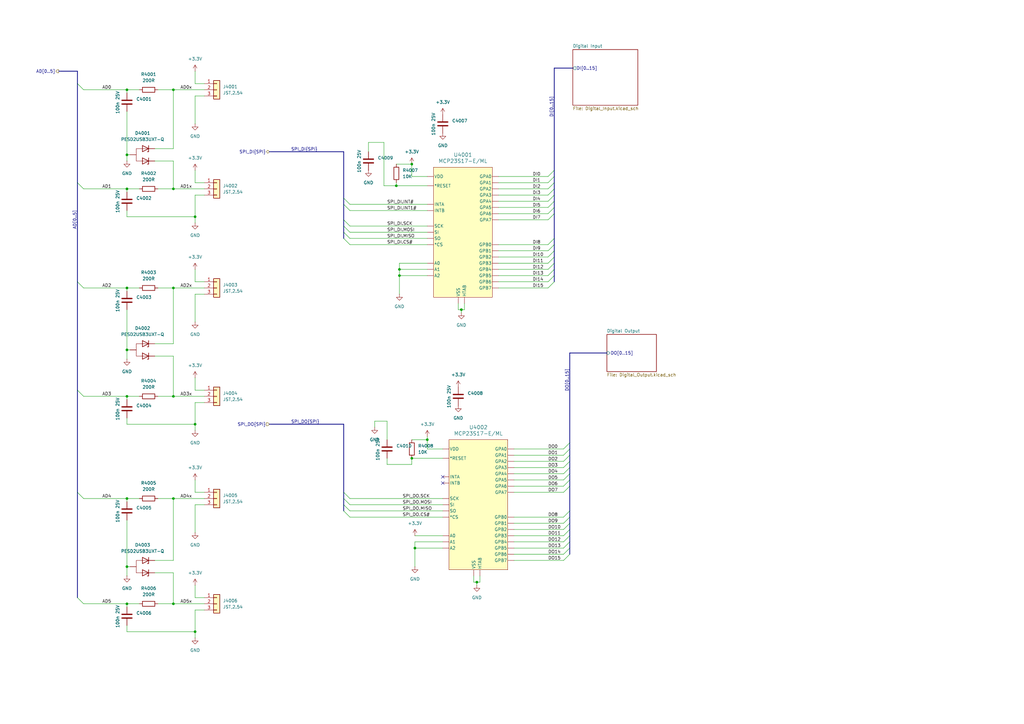
<source format=kicad_sch>
(kicad_sch (version 20250114) (generator "eeschema") (generator_version "9.0")
  (paper "A3")
  (title_block (title "BT_AD/DX") (rev "Rev:P1") (comment 1 "BT_0001-1"))
  (lib_symbols
    (symbol "bt_ESD_protection:PESD2USB3UXT-Q" (pin_numbers (hide yes)) (pin_names (hide yes))
      (property "Reference" "D" (at 0.254 6.858 0))
      (property "Value" "PESD2USB3UXT-Q" (at 0.762 -5.588 0))
      (symbol "PESD2USB3UXT-Q_0_1"
        (polyline (pts (xy -1.27 1.27) (xy -1.27 3.81) (xy -0.762 3.81)) (stroke (width 0.254)))
        (polyline (pts (xy -1.27 -3.81) (xy -1.27 -1.27) (xy -0.762 -1.27)) (stroke (width 0.254)))
        (polyline (pts (xy 1.27 2.54) (xy -1.27 2.54)))
        (polyline (pts (xy 1.27 2.54) (xy 3.81 2.54) (xy 3.81 0) (xy 3.81 -2.54) (xy 1.27 -2.54)))
        (polyline (pts (xy 1.27 1.27) (xy 1.27 3.81) (xy -1.27 2.54) (xy 1.27 1.27)) (stroke (width 0.254)))
        (polyline (pts (xy 1.27 -2.54) (xy -1.27 -2.54)))
        (polyline (pts (xy 1.27 -3.81) (xy 1.27 -1.27) (xy -1.27 -2.54) (xy 1.27 -3.81)) (stroke (width 0.254)))
      )
      (symbol "PESD2USB3UXT-Q_1_1"
        (pin passive line (at -3.81 2.54 0) (length 2.54) (name "K1") (number "1"))
        (pin passive line (at -3.81 -2.54 0) (length 2.54) (name "K2") (number "2"))
        (pin passive line (at 6.35 0 180) (length 2.54) (name "CA") (number "3"))
      )
    )
    (symbol "bt_capacitor:C;M;100n;10p;25V;S;0603" (pin_numbers (hide yes)) (pin_names (offset 0.254))
      (property "Reference" "C" (at 0.635 2.54 0))
      (property "Value" "100n 25V" (at 4.635 -2.54 0))
      (symbol "C;M;100n;10p;25V;S;0603_0_1"
        (polyline (pts (xy -2.032 0.762) (xy 2.032 0.762)) (stroke (width 0.508)))
        (polyline (pts (xy -2.032 -0.762) (xy 2.032 -0.762)) (stroke (width 0.508)))
      )
      (symbol "C;M;100n;10p;25V;S;0603_1_1"
        (pin passive line (at 0 3.81 270) (length 2.794) (name "~") (number "1"))
        (pin passive line (at 0 -3.81 90) (length 2.794) (name "~") (number "2"))
      )
    )
    (symbol "bt_connector:M;JST;01x03;2.54" (pin_names (offset 1.016) (hide yes))
      (property "Reference" "J" (at 0 5.08 0))
      (property "Value" "JST,2.54" (at 0 -5.08 0))
      (symbol "M;JST;01x03;2.54_1_1"
        (rectangle (start -1.27 3.81) (end 1.27 -3.81) (stroke (width 0.254)) (fill (type background)))
        (rectangle (start -1.27 2.667) (end 0 2.413) (stroke (width 0.1524)))
        (rectangle (start -1.27 0.127) (end 0 -0.127) (stroke (width 0.1524)))
        (rectangle (start -1.27 -2.413) (end 0 -2.667) (stroke (width 0.1524)))
        (pin passive line (at -5.08 2.54 0) (length 3.81) (name "Pin_1") (number "1"))
        (pin passive line (at -5.08 0 0) (length 3.81) (name "Pin_2") (number "2"))
        (pin passive line (at -5.08 -2.54 0) (length 3.81) (name "Pin_3") (number "3"))
      )
    )
    (symbol "bt_interface:MCP23S17-E_ML" (pin_numbers (hide yes)) (pin_names (offset 0.254))
      (property "Reference" "U" (at 15.24 5.08 0))
      (property "Value" "MCP23S17-E/ML" (at 15.24 2.54 0))
      (symbol "MCP23S17-E_ML_0_1"
        (rectangle (start 0 0) (end 24.13 -53.34) (fill (type background)))
      )
      (symbol "MCP23S17-E_ML_1_1"
        (pin power_in line (at -2.54 -3.81 0) (length 2.54) (name "VDD") (number "5"))
        (pin input line (at -2.54 -7.62 0) (length 2.54) (name "*RESET") (number "14"))
        (pin open_collector line (at -2.54 -15.24 0) (length 2.54) (name "INTA") (number "16"))
        (pin open_collector line (at -2.54 -17.78 0) (length 2.54) (name "INTB") (number "15"))
        (pin input line (at -2.54 -24.13 0) (length 2.54) (name "SCK") (number "8"))
        (pin input line (at -2.54 -26.67 0) (length 2.54) (name "SI") (number "9"))
        (pin output line (at -2.54 -29.21 0) (length 2.54) (name "SO") (number "10"))
        (pin input line (at -2.54 -31.75 0) (length 2.54) (name "*CS") (number "7"))
        (pin input line (at -2.54 -39.37 0) (length 2.54) (name "A0") (number "11"))
        (pin input line (at -2.54 -41.91 0) (length 2.54) (name "A1") (number "12"))
        (pin input line (at -2.54 -44.45 0) (length 2.54) (name "A2") (number "13"))
        (pin power_in line (at 10.16 -55.88 90) (length 2.54) (name "VSS") (number "6"))
        (pin passive line (at 12.7 -55.88 90) (length 2.54) (name "HTAB") (number "29"))
        (pin bidirectional line (at 26.67 -3.81 180) (length 2.54) (name "GPA0") (number "17"))
        (pin bidirectional line (at 26.67 -6.35 180) (length 2.54) (name "GPA1") (number "18"))
        (pin bidirectional line (at 26.67 -8.89 180) (length 2.54) (name "GPA2") (number "19"))
        (pin bidirectional line (at 26.67 -11.43 180) (length 2.54) (name "GPA3") (number "20"))
        (pin bidirectional line (at 26.67 -13.97 180) (length 2.54) (name "GPA4") (number "21"))
        (pin bidirectional line (at 26.67 -16.51 180) (length 2.54) (name "GPA5") (number "22"))
        (pin bidirectional line (at 26.67 -19.05 180) (length 2.54) (name "GPA6") (number "23"))
        (pin bidirectional line (at 26.67 -21.59 180) (length 2.54) (name "GPA7") (number "24"))
        (pin bidirectional line (at 26.67 -31.75 180) (length 2.54) (name "GPB0") (number "25"))
        (pin bidirectional line (at 26.67 -34.29 180) (length 2.54) (name "GPB1") (number "26"))
        (pin bidirectional line (at 26.67 -36.83 180) (length 2.54) (name "GPB2") (number "27"))
        (pin bidirectional line (at 26.67 -39.37 180) (length 2.54) (name "GPB3") (number "28"))
        (pin bidirectional line (at 26.67 -41.91 180) (length 2.54) (name "GPB4") (number "1"))
        (pin bidirectional line (at 26.67 -44.45 180) (length 2.54) (name "GPB5") (number "2"))
        (pin bidirectional line (at 26.67 -46.99 180) (length 2.54) (name "GPB6") (number "3"))
        (pin bidirectional line (at 26.67 -49.53 180) (length 2.54) (name "GPB7") (number "4"))
      )
    )
    (symbol "bt_resistors:R;G;10K;10P0;S;0603" (pin_numbers (hide yes)) (pin_names (offset 0))
      (property "Reference" "R" (at 2.032 0 90))
      (property "Value" "10K" (at 0 0 90))
      (symbol "R;G;10K;10P0;S;0603_0_1"
        (rectangle (start -1.016 -2.54) (end 1.016 2.54) (stroke (width 0.254)))
      )
      (symbol "R;G;10K;10P0;S;0603_1_1"
        (pin passive line (at 0 3.81 270) (length 1.27) (name "~") (number "1"))
        (pin passive line (at 0 -3.81 90) (length 1.27) (name "~") (number "2"))
      )
    )
    (symbol "bt_resistors:R;G;200R;10P0;S;0603" (pin_numbers (hide yes)) (pin_names (offset 0))
      (property "Reference" "R" (at 2.032 0 90))
      (property "Value" "200R" (at 0 0 90))
      (symbol "R;G;200R;10P0;S;0603_0_1"
        (rectangle (start -1.016 -2.54) (end 1.016 2.54) (stroke (width 0.254)))
      )
      (symbol "R;G;200R;10P0;S;0603_1_1"
        (pin passive line (at 0 3.81 270) (length 1.27) (name "~") (number "1"))
        (pin passive line (at 0 -3.81 90) (length 1.27) (name "~") (number "2"))
      )
    )
    (symbol "power:+3.3V" (power) (pin_numbers (hide yes)) (pin_names (offset 0) (hide yes))
      (property "Value" "+3.3V" (at 0 3.556 0))
      (symbol "+3.3V_0_1"
        (polyline (pts (xy -0.762 1.27) (xy 0 2.54)))
        (polyline (pts (xy 0 2.54) (xy 0.762 1.27)))
        (polyline (pts (xy 0 0) (xy 0 2.54)))
      )
      (symbol "+3.3V_1_1"
        (pin power_in line (at 0 0 90) (length 0) (name "~") (number "1"))
      )
    )
    (symbol "power:GND" (power) (pin_numbers (hide yes)) (pin_names (offset 0) (hide yes))
      (property "Value" "GND" (at 0 -3.81 0))
      (symbol "GND_0_1"
        (polyline (pts (xy 0 0) (xy 0 -1.27) (xy 1.27 -1.27) (xy 0 -2.54) (xy -1.27 -1.27) (xy 0 -1.27)))
      )
      (symbol "GND_1_1"
        (pin power_in line (at 0 0 270) (length 0) (name "~") (number "1"))
      )
    )
  )
  (junction (at 162.56 76.2))
  (junction (at 52.07 63.5))
  (junction (at 71.12 36.83))
  (junction (at 71.12 247.65))
  (junction (at 168.91 67.31))
  (junction (at 71.12 204.47))
  (junction (at 80.01 259.08))
  (junction (at 175.26 180.34))
  (junction (at 71.12 118.11))
  (junction (at 189.23 127))
  (junction (at 195.58 238.76))
  (junction (at 52.07 36.83))
  (junction (at 52.07 162.56))
  (junction (at 168.91 187.96))
  (junction (at 170.18 224.79))
  (junction (at 71.12 162.56))
  (junction (at 163.83 113.03))
  (junction (at 163.83 110.49))
  (junction (at 52.07 143.51))
  (junction (at 71.12 77.47))
  (junction (at 52.07 77.47))
  (junction (at 80.01 88.9))
  (junction (at 52.07 204.47))
  (junction (at 52.07 118.11))
  (junction (at 52.07 247.65))
  (junction (at 80.01 173.99))
  (junction (at 52.07 232.41))
  (no_connect (at 181.61 195.58))
  (no_connect (at 181.61 198.12))
  (bus_entry (at 231.14 219.71) (size 2.54 -2.54))
  (bus_entry (at 224.79 90.17) (size 2.54 -2.54))
  (bus_entry (at 224.79 113.03) (size 2.54 -2.54))
  (bus_entry (at 231.14 196.85) (size 2.54 -2.54))
  (bus_entry (at 140.97 207.01) (size 2.54 2.54))
  (bus_entry (at 140.97 204.47) (size 2.54 2.54))
  (bus_entry (at 231.14 201.93) (size 2.54 -2.54))
  (bus_entry (at 227.33 74.93) (size -2.54 2.54))
  (bus_entry (at 224.79 110.49) (size 2.54 -2.54))
  (bus_entry (at 31.75 201.93) (size 2.54 2.54))
  (bus_entry (at 233.68 186.69) (size -2.54 2.54))
  (bus_entry (at 233.68 184.15) (size -2.54 2.54))
  (bus_entry (at 224.79 105.41) (size 2.54 -2.54))
  (bus_entry (at 31.75 115.57) (size 2.54 2.54))
  (bus_entry (at 224.79 82.55) (size 2.54 -2.54))
  (bus_entry (at 224.79 85.09) (size 2.54 -2.54))
  (bus_entry (at 140.97 97.79) (size 2.54 2.54))
  (bus_entry (at 224.79 102.87) (size 2.54 -2.54))
  (bus_entry (at 231.14 229.87) (size 2.54 -2.54))
  (bus_entry (at 31.75 34.29) (size 2.54 2.54))
  (bus_entry (at 31.75 245.11) (size 2.54 2.54))
  (bus_entry (at 140.97 90.17) (size 2.54 2.54))
  (bus_entry (at 231.14 217.17) (size 2.54 -2.54))
  (bus_entry (at 224.79 100.33) (size 2.54 -2.54))
  (bus_entry (at 231.14 214.63) (size 2.54 -2.54))
  (bus_entry (at 233.68 189.23) (size -2.54 2.54))
  (bus_entry (at 231.14 222.25) (size 2.54 -2.54))
  (bus_entry (at 140.97 81.28) (size 2.54 2.54))
  (bus_entry (at 227.33 77.47) (size -2.54 2.54))
  (bus_entry (at 231.14 194.31) (size 2.54 -2.54))
  (bus_entry (at 227.33 72.39) (size -2.54 2.54))
  (bus_entry (at 231.14 199.39) (size 2.54 -2.54))
  (bus_entry (at 224.79 107.95) (size 2.54 -2.54))
  (bus_entry (at 31.75 160.02) (size 2.54 2.54))
  (bus_entry (at 231.14 227.33) (size 2.54 -2.54))
  (bus_entry (at 140.97 92.71) (size 2.54 2.54))
  (bus_entry (at 140.97 83.82) (size 2.54 2.54))
  (bus_entry (at 224.79 115.57) (size 2.54 -2.54))
  (bus_entry (at 140.97 95.25) (size 2.54 2.54))
  (bus_entry (at 140.97 209.55) (size 2.54 2.54))
  (bus_entry (at 224.79 118.11) (size 2.54 -2.54))
  (bus_entry (at 231.14 224.79) (size 2.54 -2.54))
  (bus_entry (at 227.33 69.85) (size -2.54 2.54))
  (bus_entry (at 224.79 87.63) (size 2.54 -2.54))
  (bus_entry (at 231.14 212.09) (size 2.54 -2.54))
  (bus_entry (at 140.97 201.93) (size 2.54 2.54))
  (bus_entry (at 233.68 181.61) (size -2.54 2.54))
  (bus_entry (at 31.75 74.93) (size 2.54 2.54))
  (wire (pts (xy 52.07 162.56) (xy 57.15 162.56)))
  (wire (pts (xy 83.82 245.11) (xy 80.01 245.11)))
  (wire (pts (xy 194.31 236.22) (xy 194.31 238.76)))
  (bus (pts (xy 140.97 92.71) (xy 140.97 90.17)))
  (wire (pts (xy 190.5 124.46) (xy 190.5 127)))
  (wire (pts (xy 170.18 224.79) (xy 181.61 224.79)))
  (bus (pts (xy 227.33 102.87) (xy 227.33 105.41)))
  (wire (pts (xy 80.01 245.11) (xy 80.01 240.03)))
  (wire (pts (xy 64.77 247.65) (xy 71.12 247.65)))
  (wire (pts (xy 52.07 247.65) (xy 57.15 247.65)))
  (wire (pts (xy 83.82 120.65) (xy 80.01 120.65)))
  (wire (pts (xy 204.47 90.17) (xy 224.79 90.17)))
  (wire (pts (xy 162.56 76.2) (xy 162.56 74.93)))
  (wire (pts (xy 175.26 107.95) (xy 163.83 107.95)))
  (wire (pts (xy 52.07 213.36) (xy 52.07 232.41)))
  (bus (pts (xy 140.97 97.79) (xy 140.97 95.25)))
  (wire (pts (xy 162.56 67.31) (xy 168.91 67.31)))
  (wire (pts (xy 80.01 120.65) (xy 80.01 132.08)))
  (wire (pts (xy 157.48 58.42) (xy 151.13 58.42)))
  (wire (pts (xy 168.91 187.96) (xy 168.91 190.5)))
  (bus (pts (xy 140.97 90.17) (xy 140.97 83.82)))
  (bus (pts (xy 233.68 209.55) (xy 233.68 212.09)))
  (bus (pts (xy 31.75 74.93) (xy 31.75 34.29)))
  (bus (pts (xy 233.68 191.77) (xy 233.68 194.31)))
  (bus (pts (xy 233.68 189.23) (xy 233.68 191.77)))
  (wire (pts (xy 204.47 74.93) (xy 224.79 74.93)))
  (bus (pts (xy 110.49 173.99) (xy 140.97 173.99)))
  (bus (pts (xy 140.97 95.25) (xy 140.97 92.71)))
  (wire (pts (xy 34.29 162.56) (xy 52.07 162.56)))
  (wire (pts (xy 204.47 118.11) (xy 224.79 118.11)))
  (wire (pts (xy 204.47 107.95) (xy 224.79 107.95)))
  (wire (pts (xy 63.5 234.95) (xy 71.12 234.95)))
  (wire (pts (xy 52.07 77.47) (xy 57.15 77.47)))
  (wire (pts (xy 80.01 39.37) (xy 80.01 50.8)))
  (wire (pts (xy 204.47 77.47) (xy 224.79 77.47)))
  (bus (pts (xy 227.33 107.95) (xy 227.33 110.49)))
  (wire (pts (xy 80.01 88.9) (xy 80.01 91.44)))
  (wire (pts (xy 204.47 105.41) (xy 224.79 105.41)))
  (wire (pts (xy 158.75 180.34) (xy 158.75 172.72)))
  (wire (pts (xy 52.07 63.5) (xy 52.07 66.04)))
  (wire (pts (xy 63.5 60.96) (xy 71.12 60.96)))
  (bus (pts (xy 227.33 72.39) (xy 227.33 74.93)))
  (wire (pts (xy 63.5 140.97) (xy 71.12 140.97)))
  (wire (pts (xy 204.47 113.03) (xy 224.79 113.03)))
  (bus (pts (xy 31.75 34.29) (xy 31.75 29.21)))
  (bus (pts (xy 227.33 113.03) (xy 227.33 115.57)))
  (bus (pts (xy 233.68 144.78) (xy 248.92 144.78)))
  (bus (pts (xy 31.75 115.57) (xy 31.75 74.93)))
  (bus (pts (xy 140.97 209.55) (xy 140.97 207.01)))
  (wire (pts (xy 210.82 199.39) (xy 231.14 199.39)))
  (wire (pts (xy 175.26 184.15) (xy 175.26 180.34)))
  (wire (pts (xy 157.48 76.2) (xy 157.48 58.42)))
  (wire (pts (xy 210.82 196.85) (xy 231.14 196.85)))
  (bus (pts (xy 140.97 207.01) (xy 140.97 204.47)))
  (wire (pts (xy 143.51 204.47) (xy 181.61 204.47)))
  (wire (pts (xy 187.96 124.46) (xy 187.96 127)))
  (wire (pts (xy 210.82 222.25) (xy 231.14 222.25)))
  (wire (pts (xy 52.07 171.45) (xy 52.07 173.99)))
  (wire (pts (xy 83.82 80.01) (xy 80.01 80.01)))
  (wire (pts (xy 143.51 83.82) (xy 175.26 83.82)))
  (wire (pts (xy 195.58 238.76) (xy 195.58 240.03)))
  (wire (pts (xy 83.82 115.57) (xy 80.01 115.57)))
  (wire (pts (xy 71.12 204.47) (xy 83.82 204.47)))
  (bus (pts (xy 227.33 69.85) (xy 227.33 72.39)))
  (bus (pts (xy 140.97 81.28) (xy 140.97 62.23)))
  (wire (pts (xy 204.47 85.09) (xy 224.79 85.09)))
  (wire (pts (xy 64.77 204.47) (xy 71.12 204.47)))
  (wire (pts (xy 64.77 36.83) (xy 71.12 36.83)))
  (bus (pts (xy 233.68 184.15) (xy 233.68 186.69)))
  (wire (pts (xy 204.47 100.33) (xy 224.79 100.33)))
  (wire (pts (xy 181.61 184.15) (xy 175.26 184.15)))
  (wire (pts (xy 64.77 162.56) (xy 71.12 162.56)))
  (wire (pts (xy 163.83 107.95) (xy 163.83 110.49)))
  (wire (pts (xy 83.82 39.37) (xy 80.01 39.37)))
  (wire (pts (xy 204.47 110.49) (xy 224.79 110.49)))
  (bus (pts (xy 31.75 160.02) (xy 31.75 115.57)))
  (wire (pts (xy 34.29 36.83) (xy 52.07 36.83)))
  (wire (pts (xy 52.07 204.47) (xy 52.07 205.74)))
  (wire (pts (xy 158.75 172.72) (xy 153.67 172.72)))
  (wire (pts (xy 80.01 34.29) (xy 80.01 29.21)))
  (wire (pts (xy 52.07 118.11) (xy 57.15 118.11)))
  (wire (pts (xy 170.18 222.25) (xy 170.18 224.79)))
  (wire (pts (xy 170.18 224.79) (xy 170.18 232.41)))
  (wire (pts (xy 52.07 143.51) (xy 52.07 147.32)))
  (bus (pts (xy 227.33 87.63) (xy 227.33 97.79)))
  (wire (pts (xy 196.85 236.22) (xy 196.85 238.76)))
  (bus (pts (xy 227.33 110.49) (xy 227.33 113.03)))
  (wire (pts (xy 71.12 36.83) (xy 83.82 36.83)))
  (wire (pts (xy 52.07 232.41) (xy 52.07 236.22)))
  (wire (pts (xy 196.85 238.76) (xy 195.58 238.76)))
  (wire (pts (xy 210.82 212.09) (xy 231.14 212.09)))
  (wire (pts (xy 151.13 58.42) (xy 151.13 62.23)))
  (wire (pts (xy 143.51 86.36) (xy 175.26 86.36)))
  (bus (pts (xy 233.68 181.61) (xy 233.68 184.15)))
  (wire (pts (xy 52.07 232.41) (xy 53.34 232.41)))
  (bus (pts (xy 227.33 82.55) (xy 227.33 85.09)))
  (bus (pts (xy 233.68 196.85) (xy 233.68 199.39)))
  (wire (pts (xy 143.51 209.55) (xy 181.61 209.55)))
  (bus (pts (xy 31.75 245.11) (xy 31.75 201.93)))
  (wire (pts (xy 83.82 160.02) (xy 80.01 160.02)))
  (wire (pts (xy 210.82 227.33) (xy 231.14 227.33)))
  (wire (pts (xy 63.5 66.04) (xy 71.12 66.04)))
  (wire (pts (xy 83.82 165.1) (xy 80.01 165.1)))
  (wire (pts (xy 80.01 173.99) (xy 80.01 176.53)))
  (wire (pts (xy 71.12 162.56) (xy 83.82 162.56)))
  (bus (pts (xy 233.68 224.79) (xy 233.68 227.33)))
  (wire (pts (xy 210.82 214.63) (xy 231.14 214.63)))
  (wire (pts (xy 80.01 259.08) (xy 80.01 261.62)))
  (wire (pts (xy 52.07 118.11) (xy 52.07 119.38)))
  (bus (pts (xy 227.33 97.79) (xy 227.33 100.33)))
  (wire (pts (xy 71.12 77.47) (xy 83.82 77.47)))
  (wire (pts (xy 52.07 77.47) (xy 52.07 78.74)))
  (bus (pts (xy 233.68 219.71) (xy 233.68 222.25)))
  (wire (pts (xy 80.01 207.01) (xy 80.01 218.44)))
  (wire (pts (xy 143.51 100.33) (xy 175.26 100.33)))
  (wire (pts (xy 168.91 187.96) (xy 181.61 187.96)))
  (wire (pts (xy 52.07 247.65) (xy 52.07 248.92)))
  (wire (pts (xy 210.82 217.17) (xy 231.14 217.17)))
  (bus (pts (xy 227.33 74.93) (xy 227.33 77.47)))
  (wire (pts (xy 71.12 146.05) (xy 71.12 162.56)))
  (wire (pts (xy 163.83 113.03) (xy 163.83 120.65)))
  (bus (pts (xy 227.33 27.94) (xy 227.33 69.85)))
  (wire (pts (xy 80.01 160.02) (xy 80.01 154.94)))
  (wire (pts (xy 71.12 229.87) (xy 71.12 204.47)))
  (bus (pts (xy 233.68 217.17) (xy 233.68 219.71)))
  (bus (pts (xy 31.75 201.93) (xy 31.75 160.02)))
  (wire (pts (xy 175.26 180.34) (xy 175.26 179.07)))
  (wire (pts (xy 163.83 113.03) (xy 175.26 113.03)))
  (wire (pts (xy 34.29 77.47) (xy 52.07 77.47)))
  (wire (pts (xy 52.07 63.5) (xy 53.34 63.5)))
  (wire (pts (xy 163.83 110.49) (xy 163.83 113.03)))
  (wire (pts (xy 71.12 140.97) (xy 71.12 118.11)))
  (wire (pts (xy 63.5 229.87) (xy 71.12 229.87)))
  (bus (pts (xy 140.97 204.47) (xy 140.97 201.93)))
  (wire (pts (xy 204.47 82.55) (xy 224.79 82.55)))
  (wire (pts (xy 210.82 201.93) (xy 231.14 201.93)))
  (wire (pts (xy 204.47 80.01) (xy 224.79 80.01)))
  (wire (pts (xy 52.07 259.08) (xy 80.01 259.08)))
  (wire (pts (xy 34.29 204.47) (xy 52.07 204.47)))
  (wire (pts (xy 71.12 66.04) (xy 71.12 77.47)))
  (wire (pts (xy 163.83 110.49) (xy 175.26 110.49)))
  (bus (pts (xy 233.68 199.39) (xy 233.68 209.55)))
  (wire (pts (xy 210.82 194.31) (xy 231.14 194.31)))
  (wire (pts (xy 162.56 76.2) (xy 157.48 76.2)))
  (bus (pts (xy 227.33 100.33) (xy 227.33 102.87)))
  (wire (pts (xy 187.96 127) (xy 189.23 127)))
  (wire (pts (xy 71.12 234.95) (xy 71.12 247.65)))
  (wire (pts (xy 210.82 229.87) (xy 231.14 229.87)))
  (wire (pts (xy 34.29 118.11) (xy 52.07 118.11)))
  (bus (pts (xy 110.49 62.23) (xy 140.97 62.23)))
  (wire (pts (xy 204.47 115.57) (xy 224.79 115.57)))
  (bus (pts (xy 227.33 105.41) (xy 227.33 107.95)))
  (bus (pts (xy 233.68 194.31) (xy 233.68 196.85)))
  (wire (pts (xy 64.77 118.11) (xy 71.12 118.11)))
  (wire (pts (xy 71.12 118.11) (xy 83.82 118.11)))
  (bus (pts (xy 24.13 29.21) (xy 31.75 29.21)))
  (wire (pts (xy 52.07 45.72) (xy 52.07 63.5)))
  (wire (pts (xy 80.01 80.01) (xy 80.01 88.9)))
  (wire (pts (xy 52.07 86.36) (xy 52.07 88.9)))
  (wire (pts (xy 63.5 146.05) (xy 71.12 146.05)))
  (bus (pts (xy 140.97 173.99) (xy 140.97 201.93)))
  (wire (pts (xy 210.82 191.77) (xy 231.14 191.77)))
  (bus (pts (xy 233.68 222.25) (xy 233.68 224.79)))
  (wire (pts (xy 143.51 97.79) (xy 175.26 97.79)))
  (wire (pts (xy 52.07 36.83) (xy 52.07 38.1)))
  (wire (pts (xy 52.07 162.56) (xy 52.07 163.83)))
  (wire (pts (xy 83.82 250.19) (xy 80.01 250.19)))
  (wire (pts (xy 52.07 88.9) (xy 80.01 88.9)))
  (wire (pts (xy 210.82 224.79) (xy 231.14 224.79)))
  (wire (pts (xy 80.01 115.57) (xy 80.01 110.49)))
  (wire (pts (xy 153.67 172.72) (xy 153.67 175.26)))
  (wire (pts (xy 52.07 36.83) (xy 57.15 36.83)))
  (wire (pts (xy 52.07 143.51) (xy 53.34 143.51)))
  (wire (pts (xy 71.12 247.65) (xy 83.82 247.65)))
  (wire (pts (xy 194.31 238.76) (xy 195.58 238.76)))
  (wire (pts (xy 204.47 72.39) (xy 224.79 72.39)))
  (wire (pts (xy 168.91 190.5) (xy 158.75 190.5)))
  (bus (pts (xy 140.97 83.82) (xy 140.97 81.28)))
  (wire (pts (xy 170.18 222.25) (xy 181.61 222.25)))
  (wire (pts (xy 175.26 76.2) (xy 162.56 76.2)))
  (wire (pts (xy 158.75 190.5) (xy 158.75 187.96)))
  (bus (pts (xy 227.33 80.01) (xy 227.33 82.55)))
  (wire (pts (xy 83.82 207.01) (xy 80.01 207.01)))
  (wire (pts (xy 83.82 34.29) (xy 80.01 34.29)))
  (wire (pts (xy 204.47 102.87) (xy 224.79 102.87)))
  (wire (pts (xy 168.91 72.39) (xy 168.91 67.31)))
  (wire (pts (xy 52.07 256.54) (xy 52.07 259.08)))
  (wire (pts (xy 190.5 127) (xy 189.23 127)))
  (wire (pts (xy 71.12 60.96) (xy 71.12 36.83)))
  (wire (pts (xy 143.51 212.09) (xy 181.61 212.09)))
  (wire (pts (xy 143.51 92.71) (xy 175.26 92.71)))
  (bus (pts (xy 233.68 212.09) (xy 233.68 214.63)))
  (wire (pts (xy 210.82 184.15) (xy 231.14 184.15)))
  (wire (pts (xy 34.29 247.65) (xy 52.07 247.65)))
  (wire (pts (xy 52.07 204.47) (xy 57.15 204.47)))
  (wire (pts (xy 80.01 165.1) (xy 80.01 173.99)))
  (bus (pts (xy 233.68 181.61) (xy 233.68 144.78)))
  (wire (pts (xy 143.51 95.25) (xy 175.26 95.25)))
  (wire (pts (xy 64.77 77.47) (xy 71.12 77.47)))
  (bus (pts (xy 227.33 27.94) (xy 234.95 27.94)))
  (wire (pts (xy 52.07 173.99) (xy 80.01 173.99)))
  (wire (pts (xy 168.91 180.34) (xy 175.26 180.34)))
  (bus (pts (xy 227.33 85.09) (xy 227.33 87.63)))
  (wire (pts (xy 181.61 219.71) (xy 170.18 219.71)))
  (wire (pts (xy 83.82 74.93) (xy 80.01 74.93)))
  (wire (pts (xy 189.23 127) (xy 189.23 128.27)))
  (wire (pts (xy 80.01 250.19) (xy 80.01 259.08)))
  (wire (pts (xy 210.82 186.69) (xy 231.14 186.69)))
  (bus (pts (xy 227.33 77.47) (xy 227.33 80.01)))
  (wire (pts (xy 80.01 201.93) (xy 80.01 196.85)))
  (wire (pts (xy 210.82 219.71) (xy 231.14 219.71)))
  (wire (pts (xy 52.07 127) (xy 52.07 143.51)))
  (bus (pts (xy 233.68 186.69) (xy 233.68 189.23)))
  (bus (pts (xy 233.68 214.63) (xy 233.68 217.17)))
  (wire (pts (xy 204.47 87.63) (xy 224.79 87.63)))
  (wire (pts (xy 83.82 201.93) (xy 80.01 201.93)))
  (wire (pts (xy 175.26 72.39) (xy 168.91 72.39)))
  (wire (pts (xy 80.01 74.93) (xy 80.01 69.85)))
  (wire (pts (xy 210.82 189.23) (xy 231.14 189.23)))
  (wire (pts (xy 143.51 207.01) (xy 181.61 207.01)))
  (label "AD5x" (at 78.74 247.65 180))
  (label "SPI_DO.MOSI" (at 165.1 207.01 0))
  (label "DO2" (at 224.79 189.23 0))
  (label "AD5" (at 41.91 247.65 0))
  (label "DO15" (at 224.79 229.87 0))
  (label "DO3" (at 224.79 191.77 0))
  (label "AD3x" (at 78.74 162.56 180))
  (label "DI9" (at 218.44 102.87 0))
  (label "DI15" (at 218.44 118.11 0))
  (label "SPI_DO.MISO" (at 165.1 209.55 0))
  (label "DI6" (at 218.44 87.63 0))
  (label "AD1" (at 41.91 77.47 0))
  (label "AD4" (at 41.91 204.47 0))
  (label "AD3" (at 41.91 162.56 0))
  (label "DI0" (at 218.44 72.39 0))
  (label "DO13" (at 224.79 224.79 0))
  (label "DO4" (at 224.79 194.31 0))
  (label "SPI_DO.SCK" (at 165.1 204.47 0))
  (label "DO14" (at 224.79 227.33 0))
  (label "DO11" (at 224.79 219.71 0))
  (label "DO[0..15]" (at 233.68 151.13 270))
  (label "DO7" (at 224.79 201.93 0))
  (label "DI1" (at 218.44 74.93 0))
  (label "AD[0..5]" (at 31.75 93.98 90))
  (label "SPI_DO.CS#" (at 165.1 212.09 0))
  (label "DO9" (at 224.79 214.63 0))
  (label "AD0" (at 41.91 36.83 0))
  (label "DO0" (at 224.79 184.15 0))
  (label "DI13" (at 218.44 113.03 0))
  (label "DI5" (at 218.44 85.09 0))
  (label "DO5" (at 224.79 196.85 0))
  (label "DI12" (at 218.44 110.49 0))
  (label "DI3" (at 218.44 80.01 0))
  (label "SPI_DI{SPI}" (at 119.38 62.23 0))
  (label "SPI_DO{SPI}" (at 119.38 173.99 0))
  (label "SPI_DI.INT#" (at 158.75 83.82 0))
  (label "SPI_DI.CS#" (at 158.75 100.33 0))
  (label "DI14" (at 218.44 115.57 0))
  (label "DO10" (at 224.79 217.17 0))
  (label "DI2" (at 218.44 77.47 0))
  (label "SPI_DI.SCK" (at 158.75 92.71 0))
  (label "SPI_DI.MISO" (at 158.75 97.79 0))
  (label "AD1x" (at 78.74 77.47 180))
  (label "DO6" (at 224.79 199.39 0))
  (label "AD2" (at 41.91 118.11 0))
  (label "AD4x" (at 78.74 204.47 180))
  (label "SPI_DI.MOSI" (at 158.75 95.25 0))
  (label "DI8" (at 218.44 100.33 0))
  (label "DI4" (at 218.44 82.55 0))
  (label "SPI_DI.INT1#" (at 158.75 86.36 0))
  (label "DI[0..15]" (at 227.33 39.37 270))
  (label "AD0x" (at 78.74 36.83 180))
  (label "DI7" (at 218.44 90.17 0))
  (label "DO12" (at 224.79 222.25 0))
  (label "DI11" (at 218.44 107.95 0))
  (label "AD2x" (at 78.74 118.11 180))
  (label "DI10" (at 218.44 105.41 0))
  (label "DO1" (at 224.79 186.69 0))
  (label "DO8" (at 224.79 212.09 0))
  (hierarchical_label "SPI_DI{SPI}" (shape bidirectional) (at 110.49 62.23 180))
  (hierarchical_label "AD[0..5]" (shape output) (at 24.13 29.21 180))
  (hierarchical_label "SPI_DO{SPI}" (shape input) (at 110.49 173.99 180))
  (symbol (lib_id "power:GND") (at 52.07 236.22 0) (unit 1)
    (property "Reference" "#PWR04003" (effects (hide yes)))
    (property "Value" "GND" (at 52.07 241.3 0))
    (property "Description" "Power symbol creates a global label with name \"GND\" , ground" (effects (hide yes)))
  )
  (symbol (lib_id "bt_resistors:R;G;200R;10P0;S;0603") (at 60.96 204.47 90) (unit 1)
    (property "Reference" "R4005" (at 60.96 198.12 90))
    (property "Value" "200R" (at 60.96 200.66 90))
    (property "Footprint" "Resistor_SMD:R_0603_1608Metric" (effects (hide yes)))
    (property "Description" "Resistor" (effects (hide yes)))
    (property "MPN" "R;G;200R;10P0;S;0603" (effects (hide yes)))
    (property "CPN" "BT00002-02000" (effects (hide yes)))
  )
  (symbol (lib_id "bt_ESD_protection:PESD2USB3UXT-Q") (at 59.69 63.5 180) (unit 1)
    (property "Reference" "D4001" (at 58.4835 54.61 0))
    (property "Value" "PESD2USB3UXT-Q" (at 58.4835 57.15 0))
    (property "Footprint" "Package_TO_SOT_SMD:SOT-23-3" (effects (hide yes)))
    (property "Datasheet" "https://www.mouser.se/datasheet/2/916/PESD2USB3UXT_Q-3435971.pdf" (effects (hide yes)))
    (property "Description" "TVS dual 3v3" (effects (hide yes)))
    (property "CPN" "BT09002-00001" (effects (hide yes)))
    (property "MPN" "PESD2USB3UXT-Q" (effects (hide yes)))
  )
  (symbol (lib_id "power:+3.3V") (at 168.91 67.31 0) (unit 1)
    (property "Reference" "#PWR04017" (effects (hide yes)))
    (property "Value" "+3.3V" (at 168.91 62.23 0))
    (property "Description" "Power symbol creates a global label with name \"+3.3V\"" (effects (hide yes)))
  )
  (symbol (lib_id "power:GND") (at 80.01 176.53 0) (unit 1)
    (property "Reference" "#PWR04011" (effects (hide yes)))
    (property "Value" "GND" (at 80.01 181.61 0))
    (property "Description" "Power symbol creates a global label with name \"GND\" , ground" (effects (hide yes)))
  )
  (symbol (lib_id "bt_resistors:R;G;200R;10P0;S;0603") (at 60.96 118.11 90) (unit 1)
    (property "Reference" "R4003" (at 60.96 111.76 90))
    (property "Value" "200R" (at 60.96 114.3 90))
    (property "Footprint" "Resistor_SMD:R_0603_1608Metric" (effects (hide yes)))
    (property "Description" "Resistor" (effects (hide yes)))
    (property "MPN" "R;G;200R;10P0;S;0603" (effects (hide yes)))
    (property "CPN" "BT00002-02000" (effects (hide yes)))
  )
  (symbol (lib_id "bt_connector:M;JST;01x03;2.54") (at 88.9 77.47 0) (unit 1)
    (property "Reference" "J4002" (at 91.44 76.1999 0) (effects (justify left)))
    (property "Value" "JST,2.54" (at 91.44 78.7399 0) (effects (justify left)))
    (property "Footprint" "Connector_JST:JST_EH_B3B-EH-A_1x03_P2.50mm_Vertical" (effects (hide yes)))
    (property "Description" "Generic connector, single row, 01x03, script generated (kicad-library-utils/schlib/autogen/connector/)" (effects (hide yes)))
    (property "CPN" "BT10003-00003" (effects (hide yes)))
    (property "MPN" "JST 3 pin" (effects (hide yes)))
    (property "SMT" "n" (effects (hide yes)))
  )
  (symbol (lib_id "bt_connector:M;JST;01x03;2.54") (at 88.9 247.65 0) (unit 1)
    (property "Reference" "J4006" (at 91.44 246.3799 0) (effects (justify left)))
    (property "Value" "JST,2.54" (at 91.44 248.9199 0) (effects (justify left)))
    (property "Footprint" "Connector_JST:JST_EH_B3B-EH-A_1x03_P2.50mm_Vertical" (effects (hide yes)))
    (property "Description" "Generic connector, single row, 01x03, script generated (kicad-library-utils/schlib/autogen/connector/)" (effects (hide yes)))
    (property "CPN" "BT10003-00003" (effects (hide yes)))
    (property "MPN" "JST 3 pin" (effects (hide yes)))
    (property "SMT" "n" (effects (hide yes)))
  )
  (symbol (lib_id "bt_capacitor:C;M;100n;10p;25V;S;0603") (at 52.07 167.64 0) (unit 1)
    (property "Reference" "C4004" (at 55.88 166.3699 0) (effects (justify left)))
    (property "Value" "100n 25V" (at 48.26 172.466 90) (effects (justify left)))
    (property "Footprint" "Capacitor_SMD:C_0603_1608Metric" (effects (hide yes)))
    (property "Description" "Capacitor" (effects (hide yes)))
    (property "MPN" "C;M;100n;10p;25V;S;0603" (effects (hide yes)))
    (property "CPN" "BT00008-090680" (effects (hide yes)))
  )
  (symbol (lib_id "bt_connector:M;JST;01x03;2.54") (at 88.9 204.47 0) (unit 1)
    (property "Reference" "J4005" (at 91.44 203.1999 0) (effects (justify left)))
    (property "Value" "JST,2.54" (at 91.44 205.7399 0) (effects (justify left)))
    (property "Footprint" "Connector_JST:JST_EH_B3B-EH-A_1x03_P2.50mm_Vertical" (effects (hide yes)))
    (property "Description" "Generic connector, single row, 01x03, script generated (kicad-library-utils/schlib/autogen/connector/)" (effects (hide yes)))
    (property "CPN" "BT10003-00003" (effects (hide yes)))
    (property "MPN" "JST 3 pin" (effects (hide yes)))
    (property "SMT" "n" (effects (hide yes)))
  )
  (symbol (lib_id "bt_capacitor:C;M;100n;10p;25V;S;0603") (at 52.07 209.55 0) (unit 1)
    (property "Reference" "C4005" (at 55.88 208.2799 0) (effects (justify left)))
    (property "Value" "100n 25V" (at 48.26 214.376 90) (effects (justify left)))
    (property "Footprint" "Capacitor_SMD:C_0603_1608Metric" (effects (hide yes)))
    (property "Description" "Capacitor" (effects (hide yes)))
    (property "MPN" "C;M;100n;10p;25V;S;0603" (effects (hide yes)))
    (property "CPN" "BT00008-090680" (effects (hide yes)))
  )
  (symbol (lib_id "power:+3.3V") (at 80.01 196.85 0) (unit 1)
    (property "Reference" "#PWR04012" (effects (hide yes)))
    (property "Value" "+3.3V" (at 80.01 191.77 0))
    (property "Description" "Power symbol creates a global label with name \"+3.3V\"" (effects (hide yes)))
  )
  (symbol (lib_id "bt_capacitor:C;M;100n;10p;25V;S;0603") (at 187.96 162.56 0) (unit 1)
    (property "Reference" "C4008" (at 191.77 161.2899 0) (effects (justify left)))
    (property "Value" "100n 25V" (at 184.15 167.386 90) (effects (justify left)))
    (property "Footprint" "Capacitor_SMD:C_0603_1608Metric" (effects (hide yes)))
    (property "Description" "Capacitor" (effects (hide yes)))
    (property "MPN" "C;M;100n;10p;25V;S;0603" (effects (hide yes)))
    (property "CPN" "BT00008-090680" (effects (hide yes)))
  )
  (symbol (lib_id "bt_capacitor:C;M;100n;10p;25V;S;0603") (at 181.61 50.8 0) (unit 1)
    (property "Reference" "C4007" (at 185.42 49.5299 0) (effects (justify left)))
    (property "Value" "100n 25V" (at 177.8 55.626 90) (effects (justify left)))
    (property "Footprint" "Capacitor_SMD:C_0603_1608Metric" (effects (hide yes)))
    (property "Description" "Capacitor" (effects (hide yes)))
    (property "MPN" "C;M;100n;10p;25V;S;0603" (effects (hide yes)))
    (property "CPN" "BT00008-090680" (effects (hide yes)))
  )
  (symbol (lib_id "power:+3.3V") (at 80.01 29.21 0) (unit 1)
    (property "Reference" "#PWR04004" (effects (hide yes)))
    (property "Value" "+3.3V" (at 80.01 24.13 0))
    (property "Description" "Power symbol creates a global label with name \"+3.3V\"" (effects (hide yes)))
  )
  (symbol (lib_id "power:+3.3V") (at 181.61 46.99 0) (unit 1)
    (property "Reference" "#PWR04021" (effects (hide yes)))
    (property "Value" "+3.3V" (at 181.61 41.91 0))
    (property "Description" "Power symbol creates a global label with name \"+3.3V\"" (effects (hide yes)))
  )
  (symbol (lib_id "power:GND") (at 52.07 66.04 0) (unit 1)
    (property "Reference" "#PWR04001" (effects (hide yes)))
    (property "Value" "GND" (at 52.07 71.12 0))
    (property "Description" "Power symbol creates a global label with name \"GND\" , ground" (effects (hide yes)))
  )
  (symbol (lib_id "power:+3.3V") (at 175.26 179.07 0) (unit 1)
    (property "Reference" "#PWR04020" (effects (hide yes)))
    (property "Value" "+3.3V" (at 175.26 173.99 0))
    (property "Description" "Power symbol creates a global label with name \"+3.3V\"" (effects (hide yes)))
  )
  (symbol (lib_id "power:+3.3V") (at 170.18 219.71 0) (unit 1)
    (property "Reference" "#PWR04018" (effects (hide yes)))
    (property "Value" "+3.3V" (at 170.18 214.63 0))
    (property "Description" "Power symbol creates a global label with name \"+3.3V\"" (effects (hide yes)))
  )
  (symbol (lib_id "power:GND") (at 80.01 218.44 0) (unit 1)
    (property "Reference" "#PWR04013" (effects (hide yes)))
    (property "Value" "GND" (at 80.01 223.52 0))
    (property "Description" "Power symbol creates a global label with name \"GND\" , ground" (effects (hide yes)))
  )
  (symbol (lib_id "power:GND") (at 80.01 261.62 0) (unit 1)
    (property "Reference" "#PWR04015" (effects (hide yes)))
    (property "Value" "GND" (at 80.01 266.7 0))
    (property "Description" "Power symbol creates a global label with name \"GND\" , ground" (effects (hide yes)))
  )
  (symbol (lib_id "bt_resistors:R;G;200R;10P0;S;0603") (at 60.96 247.65 90) (unit 1)
    (property "Reference" "R4006" (at 60.96 241.3 90))
    (property "Value" "200R" (at 60.96 243.84 90))
    (property "Footprint" "Resistor_SMD:R_0603_1608Metric" (effects (hide yes)))
    (property "Description" "Resistor" (effects (hide yes)))
    (property "MPN" "R;G;200R;10P0;S;0603" (effects (hide yes)))
    (property "CPN" "BT00002-02000" (effects (hide yes)))
  )
  (symbol (lib_id "power:+3.3V") (at 80.01 240.03 0) (unit 1)
    (property "Reference" "#PWR04014" (effects (hide yes)))
    (property "Value" "+3.3V" (at 80.01 234.95 0))
    (property "Description" "Power symbol creates a global label with name \"+3.3V\"" (effects (hide yes)))
  )
  (symbol (lib_id "power:+3.3V") (at 80.01 69.85 0) (unit 1)
    (property "Reference" "#PWR04006" (effects (hide yes)))
    (property "Value" "+3.3V" (at 80.01 64.77 0))
    (property "Description" "Power symbol creates a global label with name \"+3.3V\"" (effects (hide yes)))
  )
  (symbol (lib_id "power:GND") (at 153.67 175.26 0) (unit 1)
    (property "Reference" "#PWR04027" (effects (hide yes)))
    (property "Value" "GND" (at 153.67 180.34 0))
    (property "Description" "Power symbol creates a global label with name \"GND\" , ground" (effects (hide yes)))
  )
  (symbol (lib_id "bt_capacitor:C;M;100n;10p;25V;S;0603") (at 52.07 82.55 0) (unit 1)
    (property "Reference" "C4002" (at 55.88 81.2799 0) (effects (justify left)))
    (property "Value" "100n 25V" (at 48.26 87.376 90) (effects (justify left)))
    (property "Footprint" "Capacitor_SMD:C_0603_1608Metric" (effects (hide yes)))
    (property "Description" "Capacitor" (effects (hide yes)))
    (property "MPN" "C;M;100n;10p;25V;S;0603" (effects (hide yes)))
    (property "CPN" "BT00008-090680" (effects (hide yes)))
  )
  (symbol (lib_id "power:GND") (at 170.18 232.41 0) (unit 1)
    (property "Reference" "#PWR04019" (effects (hide yes)))
    (property "Value" "GND" (at 170.18 237.49 0))
    (property "Description" "Power symbol creates a global label with name \"GND\" , ground" (effects (hide yes)))
  )
  (symbol (lib_id "bt_capacitor:C;M;100n;10p;25V;S;0603") (at 151.13 66.04 0) (unit 1)
    (property "Reference" "C4009" (at 154.94 64.7699 0) (effects (justify left)))
    (property "Value" "100n 25V" (at 147.32 70.866 90) (effects (justify left)))
    (property "Footprint" "Capacitor_SMD:C_0603_1608Metric" (effects (hide yes)))
    (property "Description" "Capacitor" (effects (hide yes)))
    (property "MPN" "C;M;100n;10p;25V;S;0603" (effects (hide yes)))
    (property "CPN" "BT00008-090680" (effects (hide yes)))
  )
  (symbol (lib_id "power:GND") (at 181.61 54.61 0) (unit 1)
    (property "Reference" "#PWR04022" (effects (hide yes)))
    (property "Value" "GND" (at 181.61 59.69 0))
    (property "Description" "Power symbol creates a global label with name \"GND\" , ground" (effects (hide yes)))
  )
  (symbol (lib_id "bt_ESD_protection:PESD2USB3UXT-Q") (at 59.69 143.51 180) (unit 1)
    (property "Reference" "D4002" (at 58.4835 134.62 0))
    (property "Value" "PESD2USB3UXT-Q" (at 58.4835 137.16 0))
    (property "Footprint" "Package_TO_SOT_SMD:SOT-23-3" (effects (hide yes)))
    (property "Datasheet" "https://www.mouser.se/datasheet/2/916/PESD2USB3UXT_Q-3435971.pdf" (effects (hide yes)))
    (property "Description" "TVS dual 3v3" (effects (hide yes)))
    (property "CPN" "BT09002-00001" (effects (hide yes)))
    (property "MPN" "PESD2USB3UXT-Q" (effects (hide yes)))
  )
  (symbol (lib_id "power:+3.3V") (at 80.01 154.94 0) (unit 1)
    (property "Reference" "#PWR04010" (effects (hide yes)))
    (property "Value" "+3.3V" (at 80.01 149.86 0))
    (property "Description" "Power symbol creates a global label with name \"+3.3V\"" (effects (hide yes)))
  )
  (symbol (lib_id "bt_capacitor:C;M;100n;10p;25V;S;0603") (at 52.07 252.73 0) (unit 1)
    (property "Reference" "C4006" (at 55.88 251.4599 0) (effects (justify left)))
    (property "Value" "100n 25V" (at 48.26 257.556 90) (effects (justify left)))
    (property "Footprint" "Capacitor_SMD:C_0603_1608Metric" (effects (hide yes)))
    (property "Description" "Capacitor" (effects (hide yes)))
    (property "MPN" "C;M;100n;10p;25V;S;0603" (effects (hide yes)))
    (property "CPN" "BT00008-090680" (effects (hide yes)))
  )
  (symbol (lib_id "bt_connector:M;JST;01x03;2.54") (at 88.9 118.11 0) (unit 1)
    (property "Reference" "J4003" (at 91.44 116.8399 0) (effects (justify left)))
    (property "Value" "JST,2.54" (at 91.44 119.3799 0) (effects (justify left)))
    (property "Footprint" "Connector_JST:JST_EH_B3B-EH-A_1x03_P2.50mm_Vertical" (effects (hide yes)))
    (property "Description" "Generic connector, single row, 01x03, script generated (kicad-library-utils/schlib/autogen/connector/)" (effects (hide yes)))
    (property "CPN" "BT10003-00003" (effects (hide yes)))
    (property "MPN" "JST 3 pin" (effects (hide yes)))
    (property "SMT" "n" (effects (hide yes)))
  )
  (symbol (lib_id "bt_capacitor:C;M;100n;10p;25V;S;0603") (at 158.75 184.15 0) (unit 1)
    (property "Reference" "C4010" (at 162.56 182.8799 0) (effects (justify left)))
    (property "Value" "100n 25V" (at 154.94 188.976 90) (effects (justify left)))
    (property "Footprint" "Capacitor_SMD:C_0603_1608Metric" (effects (hide yes)))
    (property "Description" "Capacitor" (effects (hide yes)))
    (property "MPN" "C;M;100n;10p;25V;S;0603" (effects (hide yes)))
    (property "CPN" "BT00008-090680" (effects (hide yes)))
  )
  (symbol (lib_id "bt_resistors:R;G;10K;10P0;S;0603") (at 162.56 71.12 0) (unit 1)
    (property "Reference" "R4007" (at 165.1 69.8499 0) (effects (justify left)))
    (property "Value" "10K" (at 165.1 72.3899 0) (effects (justify left)))
    (property "Footprint" "Resistor_SMD:R_0603_1608Metric" (effects (hide yes)))
    (property "Description" "Resistor" (effects (hide yes)))
    (property "MPN" "R;G;10K;10P0;S;0603" (effects (hide yes)))
    (property "CPN" "BT00002-30100" (effects (hide yes)))
  )
  (symbol (lib_id "bt_resistors:R;G;200R;10P0;S;0603") (at 60.96 77.47 90) (unit 1)
    (property "Reference" "R4002" (at 60.96 71.12 90))
    (property "Value" "200R" (at 60.96 73.66 90))
    (property "Footprint" "Resistor_SMD:R_0603_1608Metric" (effects (hide yes)))
    (property "Description" "Resistor" (effects (hide yes)))
    (property "MPN" "R;G;200R;10P0;S;0603" (effects (hide yes)))
    (property "CPN" "BT00002-02000" (effects (hide yes)))
  )
  (symbol (lib_id "power:GND") (at 80.01 91.44 0) (unit 1)
    (property "Reference" "#PWR04007" (effects (hide yes)))
    (property "Value" "GND" (at 80.01 96.52 0))
    (property "Description" "Power symbol creates a global label with name \"GND\" , ground" (effects (hide yes)))
  )
  (symbol (lib_id "bt_resistors:R;G;10K;10P0;S;0603") (at 168.91 184.15 0) (unit 1)
    (property "Reference" "R4008" (at 171.45 182.8799 0) (effects (justify left)))
    (property "Value" "10K" (at 171.45 185.4199 0) (effects (justify left)))
    (property "Footprint" "Resistor_SMD:R_0603_1608Metric" (effects (hide yes)))
    (property "Description" "Resistor" (effects (hide yes)))
    (property "MPN" "R;G;10K;10P0;S;0603" (effects (hide yes)))
    (property "CPN" "BT00002-30100" (effects (hide yes)))
  )
  (symbol (lib_id "power:GND") (at 195.58 240.03 0) (unit 1)
    (property "Reference" "#PWR04026" (effects (hide yes)))
    (property "Value" "GND" (at 195.58 245.11 0))
    (property "Description" "Power symbol creates a global label with name \"GND\" , ground" (effects (hide yes)))
  )
  (symbol (lib_id "power:GND") (at 189.23 128.27 0) (unit 1)
    (property "Reference" "#PWR04025" (effects (hide yes)))
    (property "Value" "GND" (at 189.23 133.35 0))
    (property "Description" "Power symbol creates a global label with name \"GND\" , ground" (effects (hide yes)))
  )
  (symbol (lib_id "power:+3.3V") (at 80.01 110.49 0) (unit 1)
    (property "Reference" "#PWR04008" (effects (hide yes)))
    (property "Value" "+3.3V" (at 80.01 105.41 0))
    (property "Description" "Power symbol creates a global label with name \"+3.3V\"" (effects (hide yes)))
  )
  (symbol (lib_id "bt_ESD_protection:PESD2USB3UXT-Q") (at 59.69 232.41 180) (unit 1)
    (property "Reference" "D4003" (at 58.4835 223.52 0))
    (property "Value" "PESD2USB3UXT-Q" (at 58.4835 226.06 0))
    (property "Footprint" "Package_TO_SOT_SMD:SOT-23-3" (effects (hide yes)))
    (property "Datasheet" "https://www.mouser.se/datasheet/2/916/PESD2USB3UXT_Q-3435971.pdf" (effects (hide yes)))
    (property "Description" "TVS dual 3v3" (effects (hide yes)))
    (property "CPN" "BT09002-00001" (effects (hide yes)))
    (property "MPN" "PESD2USB3UXT-Q" (effects (hide yes)))
  )
  (symbol (lib_id "bt_capacitor:C;M;100n;10p;25V;S;0603") (at 52.07 41.91 0) (unit 1)
    (property "Reference" "C4001" (at 55.88 40.6399 0) (effects (justify left)))
    (property "Value" "100n 25V" (at 48.26 46.736 90) (effects (justify left)))
    (property "Footprint" "Capacitor_SMD:C_0603_1608Metric" (effects (hide yes)))
    (property "Description" "Capacitor" (effects (hide yes)))
    (property "MPN" "C;M;100n;10p;25V;S;0603" (effects (hide yes)))
    (property "CPN" "BT00008-090680" (effects (hide yes)))
  )
  (symbol (lib_id "power:GND") (at 187.96 166.37 0) (unit 1)
    (property "Reference" "#PWR04024" (effects (hide yes)))
    (property "Value" "GND" (at 187.96 171.45 0))
    (property "Description" "Power symbol creates a global label with name \"GND\" , ground" (effects (hide yes)))
  )
  (symbol (lib_id "bt_resistors:R;G;200R;10P0;S;0603") (at 60.96 36.83 90) (unit 1)
    (property "Reference" "R4001" (at 60.96 30.48 90))
    (property "Value" "200R" (at 60.96 33.02 90))
    (property "Footprint" "Resistor_SMD:R_0603_1608Metric" (effects (hide yes)))
    (property "Description" "Resistor" (effects (hide yes)))
    (property "MPN" "R;G;200R;10P0;S;0603" (effects (hide yes)))
    (property "CPN" "BT00002-02000" (effects (hide yes)))
  )
  (symbol (lib_id "power:GND") (at 52.07 147.32 0) (unit 1)
    (property "Reference" "#PWR04002" (effects (hide yes)))
    (property "Value" "GND" (at 52.07 152.4 0))
    (property "Description" "Power symbol creates a global label with name \"GND\" , ground" (effects (hide yes)))
  )
  (symbol (lib_id "bt_interface:MCP23S17-E_ML") (at 184.15 180.34 0) (unit 1)
    (property "Reference" "U4002" (at 196.215 175.26 0) (effects (font (size 1.524 1.524))))
    (property "Value" "MCP23S17-E/ML" (at 196.215 177.8 0) (effects (font (size 1.524 1.524))))
    (property "Footprint" "bt_footprints:QFN28_6x6MC_MCH" (effects (hide yes)))
    (property "Datasheet" "https://ww1.microchip.com/downloads/aemDocuments/documents/APID/ProductDocuments/DataSheets/MCP23017-Data-Sheet-DS20001952.pdf" (effects (hide yes)))
    (property "Description" "IO-expander 16 bit SPI QFN" (effects (hide yes)))
    (property "CPN" "BT02009-00001" (effects (hide yes)))
    (property "MPN" "MCP23S17-E_ML" (effects (hide yes)))
    (property "SMT" "Y" (effects (hide yes)))
  )
  (symbol (lib_id "bt_connector:M;JST;01x03;2.54") (at 88.9 36.83 0) (unit 1)
    (property "Reference" "J4001" (at 91.44 35.5599 0) (effects (justify left)))
    (property "Value" "JST,2.54" (at 91.44 38.0999 0) (effects (justify left)))
    (property "Footprint" "Connector_JST:JST_EH_B3B-EH-A_1x03_P2.50mm_Vertical" (effects (hide yes)))
    (property "Description" "Generic connector, single row, 01x03, script generated (kicad-library-utils/schlib/autogen/connector/)" (effects (hide yes)))
    (property "CPN" "BT10003-00003" (effects (hide yes)))
    (property "MPN" "JST 3 pin" (effects (hide yes)))
    (property "SMT" "n" (effects (hide yes)))
  )
  (symbol (lib_id "power:GND") (at 163.83 120.65 0) (unit 1)
    (property "Reference" "#PWR04016" (effects (hide yes)))
    (property "Value" "GND" (at 163.83 125.73 0))
    (property "Description" "Power symbol creates a global label with name \"GND\" , ground" (effects (hide yes)))
  )
  (symbol (lib_id "bt_connector:M;JST;01x03;2.54") (at 88.9 162.56 0) (unit 1)
    (property "Reference" "J4004" (at 91.44 161.2899 0) (effects (justify left)))
    (property "Value" "JST,2.54" (at 91.44 163.8299 0) (effects (justify left)))
    (property "Footprint" "Connector_JST:JST_EH_B3B-EH-A_1x03_P2.50mm_Vertical" (effects (hide yes)))
    (property "Description" "Generic connector, single row, 01x03, script generated (kicad-library-utils/schlib/autogen/connector/)" (effects (hide yes)))
    (property "CPN" "BT10003-00003" (effects (hide yes)))
    (property "MPN" "JST 3 pin" (effects (hide yes)))
    (property "SMT" "n" (effects (hide yes)))
  )
  (symbol (lib_id "bt_interface:MCP23S17-E_ML") (at 177.8 68.58 0) (unit 1)
    (property "Reference" "U4001" (at 189.865 63.5 0) (effects (font (size 1.524 1.524))))
    (property "Value" "MCP23S17-E/ML" (at 189.865 66.04 0) (effects (font (size 1.524 1.524))))
    (property "Footprint" "bt_footprints:QFN28_6x6MC_MCH" (effects (hide yes)))
    (property "Datasheet" "https://ww1.microchip.com/downloads/aemDocuments/documents/APID/ProductDocuments/DataSheets/MCP23017-Data-Sheet-DS20001952.pdf" (effects (hide yes)))
    (property "Description" "IO-expander 16 bit SPI QFN" (effects (hide yes)))
    (property "CPN" "BT02009-00001" (effects (hide yes)))
    (property "MPN" "MCP23S17-E_ML" (effects (hide yes)))
    (property "SMT" "Y" (effects (hide yes)))
  )
  (symbol (lib_id "power:GND") (at 151.13 69.85 0) (unit 1)
    (property "Reference" "#PWR04028" (effects (hide yes)))
    (property "Value" "GND" (at 151.13 74.93 0))
    (property "Description" "Power symbol creates a global label with name \"GND\" , ground" (effects (hide yes)))
  )
  (symbol (lib_id "power:GND") (at 80.01 50.8 0) (unit 1)
    (property "Reference" "#PWR04005" (effects (hide yes)))
    (property "Value" "GND" (at 80.01 55.88 0))
    (property "Description" "Power symbol creates a global label with name \"GND\" , ground" (effects (hide yes)))
  )
  (symbol (lib_id "bt_resistors:R;G;200R;10P0;S;0603") (at 60.96 162.56 90) (unit 1)
    (property "Reference" "R4004" (at 60.96 156.21 90))
    (property "Value" "200R" (at 60.96 158.75 90))
    (property "Footprint" "Resistor_SMD:R_0603_1608Metric" (effects (hide yes)))
    (property "Description" "Resistor" (effects (hide yes)))
    (property "MPN" "R;G;200R;10P0;S;0603" (effects (hide yes)))
    (property "CPN" "BT00002-02000" (effects (hide yes)))
  )
  (symbol (lib_id "power:+3.3V") (at 187.96 158.75 0) (unit 1)
    (property "Reference" "#PWR04023" (effects (hide yes)))
    (property "Value" "+3.3V" (at 187.96 153.67 0))
    (property "Description" "Power symbol creates a global label with name \"+3.3V\"" (effects (hide yes)))
  )
  (symbol (lib_id "power:GND") (at 80.01 132.08 0) (unit 1)
    (property "Reference" "#PWR04009" (effects (hide yes)))
    (property "Value" "GND" (at 80.01 137.16 0))
    (property "Description" "Power symbol creates a global label with name \"GND\" , ground" (effects (hide yes)))
  )
  (symbol (lib_id "bt_capacitor:C;M;100n;10p;25V;S;0603") (at 52.07 123.19 0) (unit 1)
    (property "Reference" "C4003" (at 55.88 121.9199 0) (effects (justify left)))
    (property "Value" "100n 25V" (at 48.26 128.016 90) (effects (justify left)))
    (property "Footprint" "Capacitor_SMD:C_0603_1608Metric" (effects (hide yes)))
    (property "Description" "Capacitor" (effects (hide yes)))
    (property "MPN" "C;M;100n;10p;25V;S;0603" (effects (hide yes)))
    (property "CPN" "BT00008-090680" (effects (hide yes)))
  )
  (sheet (at 234.95 20.32) (size 26.67 22.86) (stroke (width 0.1524))
    (property "Sheetname" "Digital Input" (at 234.95 19.6084 0) (effects (justify left bottom)))
    (property "Sheetfile" "Digital_Input.kicad_sch" (at 234.95 43.7646 0) (effects (justify left top)))
    (pin "DI[0..15]" output (at 234.95 27.94 180))
  )
  (sheet (at 248.92 137.16) (size 20.32 15.24) (stroke (width 0.1524))
    (property "Sheetname" "Digital Output" (at 248.92 136.4484 0) (effects (justify left bottom)))
    (property "Sheetfile" "Digital_Output.kicad_sch" (at 248.92 152.9846 0) (effects (justify left top)))
    (pin "DO[0..15]" input (at 248.92 144.78 180))
  )
)
</source>
